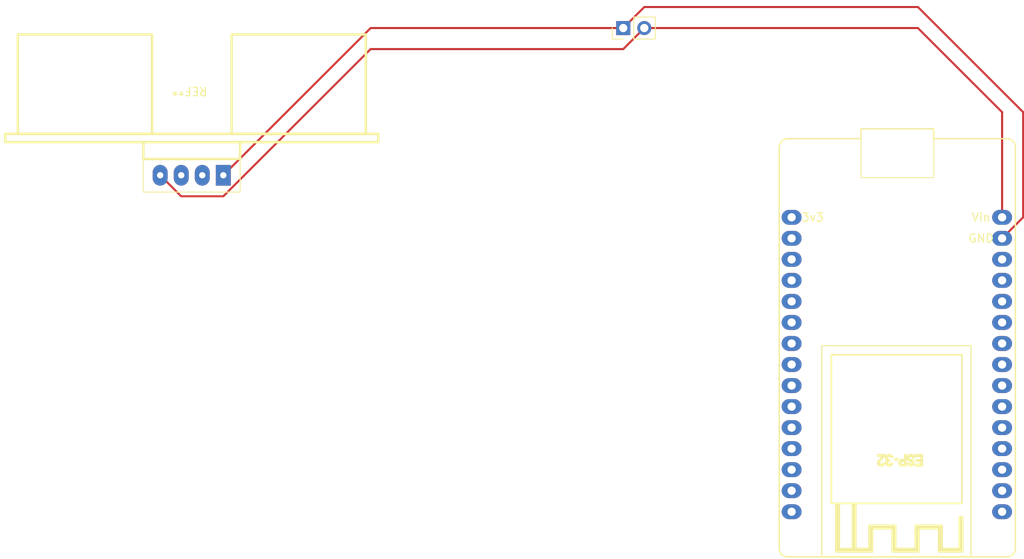
<source format=kicad_pcb>
(kicad_pcb (version 20221018) (generator pcbnew)
  (layers (0 "F.Cu" signal) (31 "B.Cu" signal) (37 "F.SilkS" user "F.Silkscreen") (44 "Edge.Cuts" user))
  (net 0 "")
  (footprint "PCM_SL_Development_Boards:DOIT_ESP32_DEVKIT_30Pins" (layer "F.Cu") (at 233.68 40.64)
    (fp_text reference "REF**" hide)
    (fp_text value "DOIT_ESP32_DEVKIT_30Pins")
    (fp_line (start -1.496929 -8.494881) (end -1.496929 40.005119) (stroke (width 0.17)) (layer "F.SilkS"))
    (fp_line (start -0.496929 -9.494881) (end 8.376405 -9.494881) (stroke (width 0.17)) (layer "F.SilkS"))
    (fp_line (start 5.343071 40.405119) (end 5.343071 34.555119) (stroke (width 0.2)) (layer "F.SilkS"))
    (fp_line (start 5.543071 34.705119) (end 5.543071 40.305119) (stroke (width 0.4)) (layer "F.SilkS"))
    (fp_line (start 5.543071 40.205119) (end 7.493071 40.205119) (stroke (width 0.4)) (layer "F.SilkS"))
    (fp_line (start 5.743071 40.005119) (end 5.743071 34.605119) (stroke (width 0.2)) (layer "F.SilkS"))
    (fp_line (start 5.743071 40.005119) (end 5.743071 34.605119) (stroke (width 0.2)) (layer "F.SilkS"))
    (fp_line (start 7.343071 34.555119) (end 7.343071 40.005119) (stroke (width 0.2)) (layer "F.SilkS"))
    (fp_line (start 7.343071 40.005119) (end 5.743071 40.005119) (stroke (width 0.2)) (layer "F.SilkS"))
    (fp_line (start 7.493071 40.205119) (end 9.543071 40.205119) (stroke (width 0.4)) (layer "F.SilkS"))
    (fp_line (start 7.543071 40.255119) (end 7.543071 34.705119) (stroke (width 0.5)) (layer "F.SilkS"))
    (fp_line (start 7.743071 34.555119) (end 7.743071 40.005119) (stroke (width 0.2)) (layer "F.SilkS"))
    (fp_line (start 7.743071 40.005119) (end 9.343071 40.005119) (stroke (width 0.2)) (layer "F.SilkS"))
    (fp_line (start 8.376405 -10.69) (end 8.376405 -9.55) (stroke (width 0.17)) (layer "F.SilkS"))
    (fp_line (start 9.343071 37.205119) (end 12.543071 37.205119) (stroke (width 0.2)) (layer "F.SilkS"))
    (fp_line (start 9.343071 40.005119) (end 9.343071 37.205119) (stroke (width 0.2)) (layer "F.SilkS"))
    (fp_line (start 9.543071 37.405119) (end 12.293071 37.405119) (stroke (width 0.4)) (layer "F.SilkS"))
    (fp_line (start 9.543071 40.205119) (end 9.543071 37.405119) (stroke (width 0.4)) (layer "F.SilkS"))
    (fp_line (start 9.743071 37.605119) (end 9.743071 40.405119) (stroke (width 0.2)) (layer "F.SilkS"))
    (fp_line (start 9.743071 37.605119) (end 9.743071 40.405119) (stroke (width 0.2)) (layer "F.SilkS"))
    (fp_line (start 9.743071 40.405119) (end 5.343071 40.405119) (stroke (width 0.2)) (layer "F.SilkS"))
    (fp_line (start 10.401231 28.682519) (end 11.199231 28.682519) (stroke (width 0.2)) (layer "F.SilkS"))
    (fp_line (start 10.401231 28.824019) (end 10.401231 28.682519) (stroke (width 0.2)) (layer "F.SilkS"))
    (fp_line (start 10.401231 29.644619) (end 10.423401 29.531419) (stroke (width 0.2)) (layer "F.SilkS"))
    (fp_line (start 10.401231 29.701219) (end 10.401231 29.644619) (stroke (width 0.2)) (layer "F.SilkS"))
    (fp_line (start 10.423401 29.531419) (end 10.467731 29.446519) (stroke (width 0.2)) (layer "F.SilkS"))
    (fp_line (start 10.423401 29.814419) (end 10.401231 29.701219) (stroke (width 0.2)) (layer "F.SilkS"))
    (fp_line (start 10.467731 29.446519) (end 11.021901 28.824019) (stroke (width 0.2)) (layer "F.SilkS"))
    (fp_line (start 10.512071 29.927619) (end 10.423401 29.814419) (stroke (width 0.2)) (layer "F.SilkS"))
    (fp_line (start 10.534231 29.644619) (end 10.534231 29.701219) (stroke (width 0.2)) (layer "F.SilkS"))
    (fp_line (start 10.534231 29.701219) (end 10.578571 29.786119) (stroke (width 0.2)) (layer "F.SilkS"))
    (fp_line (start 10.578571 29.531419) (end 10.534231 29.644619) (stroke (width 0.2)) (layer "F.SilkS"))
    (fp_line (start 10.578571 29.786119) (end 10.645071 29.842719) (stroke (width 0.2)) (layer "F.SilkS"))
    (fp_line (start 10.600731 29.984219) (end 10.512071 29.927619) (stroke (width 0.2)) (layer "F.SilkS"))
    (fp_line (start 10.645071 29.842719) (end 10.755901 29.871019) (stroke (width 0.2)) (layer "F.SilkS"))
    (fp_line (start 10.733731 30.012519) (end 10.600731 29.984219) (stroke (width 0.2)) (layer "F.SilkS"))
    (fp_line (start 10.755901 29.871019) (end 10.844571 29.871019) (stroke (width 0.2)) (layer "F.SilkS"))
    (fp_line (start 10.822401 30.012519) (end 10.733731 30.012519) (stroke (width 0.2)) (layer "F.SilkS"))
    (fp_line (start 10.844571 29.871019) (end 10.955401 29.842719) (stroke (width 0.2)) (layer "F.SilkS"))
    (fp_line (start 10.955401 29.842719) (end 11.021901 29.786119) (stroke (width 0.2)) (layer "F.SilkS"))
    (fp_line (start 10.977571 29.984219) (end 10.822401 30.012519) (stroke (width 0.2)) (layer "F.SilkS"))
    (fp_line (start 11.021901 28.824019) (end 10.401231 28.824019) (stroke (width 0.2)) (layer "F.SilkS"))
    (fp_line (start 11.021901 29.786119) (end 11.066231 29.701219) (stroke (width 0.2)) (layer "F.SilkS"))
    (fp_line (start 11.066231 29.701219) (end 11.177071 29.701219) (stroke (width 0.2)) (layer "F.SilkS"))
    (fp_line (start 11.066231 29.927619) (end 10.977571 29.984219) (stroke (width 0.2)) (layer "F.SilkS"))
    (fp_line (start 11.154901 29.814419) (end 11.066231 29.927619) (stroke (width 0.2)) (layer "F.SilkS"))
    (fp_line (start 11.177071 29.701219) (end 11.154901 29.814419) (stroke (width 0.2)) (layer "F.SilkS"))
    (fp_line (start 11.199231 28.682519) (end 11.199231 28.824019) (stroke (width 0.2)) (layer "F.SilkS"))
    (fp_line (start 11.199231 28.824019) (end 10.578571 29.531419) (stroke (width 0.2)) (layer "F.SilkS"))
    (fp_line (start 11.376571 28.993819) (end 11.398731 28.908919) (stroke (width 0.2)) (layer "F.SilkS"))
    (fp_line (start 11.376571 29.107019) (end 11.376571 28.993819) (stroke (width 0.2)) (layer "F.SilkS"))
    (fp_line (start 11.398731 28.908919) (end 11.443071 28.824019) (stroke (width 0.2)) (layer "F.SilkS"))
    (fp_line (start 11.398731 29.220219) (end 11.376571 29.107019) (stroke (width 0.2)) (layer "F.SilkS"))
    (fp_line (start 11.398731 29.644619) (end 11.420901 29.531419) (stroke (width 0.2)) (layer "F.SilkS"))
    (fp_line (start 11.398731 29.701219) (end 11.398731 29.644619) (stroke (width 0.2)) (layer "F.SilkS"))
    (fp_line (start 11.420901 29.531419) (end 11.465231 29.446519) (stroke (width 0.2)) (layer "F.SilkS"))
    (fp_line (start 11.420901 29.814419) (end 11.398731 29.701219) (stroke (width 0.2)) (layer "F.SilkS"))
    (fp_line (start 11.443071 28.824019) (end 11.509571 28.767419) (stroke (width 0.2)) (layer "F.SilkS"))
    (fp_line (start 11.443071 29.305119) (end 11.398731 29.220219) (stroke (width 0.2)) (layer "F.SilkS"))
    (fp_line (start 11.465231 29.446519) (end 11.553901 29.361619) (stroke (width 0.2)) (layer "F.SilkS"))
    (fp_line (start 11.487401 28.993819) (end 11.487401 29.107019) (stroke (width 0.2)) (layer "F.SilkS"))
    (fp_line (start 11.487401 29.107019) (end 11.531731 29.220219) (stroke (width 0.2)) (layer "F.SilkS"))
    (fp_line (start 11.509571 28.767419) (end 11.598231 28.710819) (stroke (width 0.2)) (layer "F.SilkS"))
    (fp_line (start 11.509571 28.937219) (end 11.487401 28.993819) (stroke (width 0.2)) (layer "F.SilkS"))
    (fp_line (start 11.509571 29.644619) (end 11.509571 29.701219) (stroke (width 0.2)) (layer "F.SilkS"))
    (fp_line (start 11.509571 29.701219) (end 11.553901 29.786119) (stroke (width 0.2)) (layer "F.SilkS"))
    (fp_line (start 11.509571 29.927619) (end 11.420901 29.814419) (stroke (width 0.2)) (layer "F.SilkS"))
    (fp_line (start 11.531731 29.220219) (end 11.598231 29.276819) (stroke (width 0.2)) (layer "F.SilkS"))
    (fp_line (start 11.553901 28.880619) (end 11.509571 28.937219) (stroke (width 0.2)) (layer "F.SilkS"))
    (fp_line (start 11.553901 29.361619) (end 11.443071 29.305119) (stroke (width 0.2)) (layer "F.SilkS"))
    (fp_line (start 11.553901 29.531419) (end 11.509571 29.644619) (stroke (width 0.2)) (layer "F.SilkS"))
    (fp_line (start 11.553901 29.786119) (end 11.620401 29.842719) (stroke (width 0.2)) (layer "F.SilkS"))
    (fp_line (start 11.598231 28.710819) (end 11.686901 28.682519) (stroke (width 0.2)) (layer "F.SilkS"))
    (fp_line (start 11.598231 28.852319) (end 11.553901 28.880619) (stroke (width 0.2)) (layer "F.SilkS"))
    (fp_line (start 11.598231 29.276819) (end 11.731231 29.305119) (stroke (width 0.2)) (layer "F.SilkS"))
    (fp_line (start 11.598231 29.474819) (end 11.553901 29.531419) (stroke (width 0.2)) (layer "F.SilkS"))
    (fp_line (start 11.598231 29.984219) (end 11.509571 29.927619) (stroke (width 0.2)) (layer "F.SilkS"))
    (fp_line (start 11.620401 29.842719) (end 11.731231 29.871019) (stroke (width 0.2)) (layer "F.SilkS"))
    (fp_line (start 11.686901 28.682519) (end 11.864231 28.682519) (stroke (width 0.2)) (layer "F.SilkS"))
    (fp_line (start 11.709071 28.824019) (end 11.598231 28.852319) (stroke (width 0.2)) (layer "F.SilkS"))
    (fp_line (start 11.731231 29.305119) (end 11.819901 29.305119) (stroke (width 0.2)) (layer "F.SilkS"))
    (fp_line (start 11.731231 29.418219) (end 11.598231 29.474819) (stroke (width 0.2)) (layer "F.SilkS"))
    (fp_line (start 11.731231 29.871019) (end 11.819901 29.871019) (stroke (width 0.2)) (layer "F.SilkS"))
    (fp_line (start 11.753401 30.012519) (end 11.598231 29.984219) (stroke (width 0.2)) (layer "F.SilkS"))
    (fp_line (start 11.797731 30.012519) (end 11.753401 30.012519) (stroke (width 0.2)) (layer "F.SilkS"))
    (fp_line (start 11.819901 29.305119) (end 11.819901 29.418219) (stroke (width 0.2)) (layer "F.SilkS"))
    (fp_line (start 11.819901 29.418219) (end 11.731231 29.418219) (stroke (width 0.2)) (layer "F.SilkS"))
    (fp_line (start 11.819901 29.871019) (end 11.930731 29.842719) (stroke (width 0.2)) (layer "F.SilkS"))
    (fp_line (start 11.842071 28.824019) (end 11.709071 28.824019) (stroke (width 0.2)) (layer "F.SilkS"))
    (fp_line (start 11.864231 28.682519) (end 11.952901 28.710819) (stroke (width 0.2)) (layer "F.SilkS"))
    (fp_line (start 11.930731 29.842719) (end 11.997231 29.786119) (stroke (width 0.2)) (layer "F.SilkS"))
    (fp_line (start 11.952901 28.710819) (end 12.041571 28.767419) (stroke (width 0.2)) (layer "F.SilkS"))
    (fp_line (start 11.952901 28.852319) (end 11.842071 28.824019) (stroke (width 0.2)) (layer "F.SilkS"))
    (fp_line (start 11.952901 29.984219) (end 11.797731 30.012519) (stroke (width 0.2)) (layer "F.SilkS"))
    (fp_line (start 11.997231 28.880619) (end 11.952901 28.852319) (stroke (width 0.2)) (layer "F.SilkS"))
    (fp_line (start 11.997231 29.786119) (end 12.041571 29.701219) (stroke (width 0.2)) (layer "F.SilkS"))
    (fp_line (start 12.041571 28.767419) (end 12.108071 28.824019) (stroke (width 0.2)) (layer "F.SilkS"))
    (fp_line (start 12.041571 28.937219) (end 11.997231 28.880619) (stroke (width 0.2)) (layer "F.SilkS"))
    (fp_line (start 12.041571 29.701219) (end 12.152401 29.701219) (stroke (width 0.2)) (layer "F.SilkS"))
    (fp_line (start 12.041571 29.927619) (end 11.952901 29.984219) (stroke (width 0.2)) (layer "F.SilkS"))
    (fp_line (start 12.063731 28.993819) (end 12.041571 28.937219) (stroke (width 0.2)) (layer "F.SilkS"))
    (fp_line (start 12.108071 28.824019) (end 12.152401 28.908919) (stroke (width 0.2)) (layer "F.SilkS"))
    (fp_line (start 12.130231 29.814419) (end 12.041571 29.927619) (stroke (width 0.2)) (layer "F.SilkS"))
    (fp_line (start 12.143071 37.605119) (end 9.743071 37.605119) (stroke (width 0.2)) (layer "F.SilkS"))
    (fp_line (start 12.143071 40.405119) (end 12.143071 37.605119) (stroke (width 0.2)) (layer "F.SilkS"))
    (fp_line (start 12.152401 28.908919) (end 12.174571 28.993819) (stroke (width 0.2)) (layer "F.SilkS"))
    (fp_line (start 12.152401 29.701219) (end 12.130231 29.814419) (stroke (width 0.2)) (layer "F.SilkS"))
    (fp_line (start 12.174571 28.993819) (end 12.063731 28.993819) (stroke (width 0.2)) (layer "F.SilkS"))
    (fp_line (start 12.293071 37.405119) (end 12.393071 37.505119) (stroke (width 0.12)) (layer "F.SilkS"))
    (fp_line (start 12.393071 37.505119) (end 12.393071 40.205119) (stroke (width 0.4)) (layer "F.SilkS"))
    (fp_line (start 12.393071 40.205119) (end 15.093071 40.205119) (stroke (width 0.4)) (layer "F.SilkS"))
    (fp_line (start 12.487906 29.163619) (end 12.798236 29.163619) (stroke (width 0.2)) (layer "F.SilkS"))
    (fp_line (start 12.487906 29.305119) (end 12.487906 29.163619) (stroke (width 0.2)) (layer "F.SilkS"))
    (fp_line (start 12.543071 37.205119) (end 12.543071 40.005119) (stroke (width 0.2)) (layer "F.SilkS"))
    (fp_line (start 12.543071 37.205119) (end 12.543071 40.005119) (stroke (width 0.2)) (layer "F.SilkS"))
    (fp_line (start 12.543071 40.005119) (end 14.943071 40.005119) (stroke (width 0.2)) (layer "F.SilkS"))
    (fp_line (start 12.798236 29.163619) (end 12.798236 29.305119) (stroke (width 0.2)) (layer "F.SilkS"))
    (fp_line (start 12.798236 29.305119) (end 12.487906 29.305119) (stroke (width 0.2)) (layer "F.SilkS"))
    (fp_line (start 12.977071 29.588069) (end 12.999231 29.503169) (stroke (width 0.2)) (layer "F.SilkS"))
    (fp_line (start 12.977071 29.701269) (end 12.977071 29.588069) (stroke (width 0.2)) (layer "F.SilkS"))
    (fp_line (start 12.999231 29.503169) (end 13.065731 29.389969) (stroke (width 0.2)) (layer "F.SilkS"))
    (fp_line (start 12.999231 29.786169) (end 12.977071 29.701269) (stroke (width 0.2)) (layer "F.SilkS"))
    (fp_line (start 13.065731 29.389969) (end 13.154401 29.305169) (stroke (width 0.2)) (layer "F.SilkS"))
    (fp_line (start 13.065731 29.899369) (end 12.999231 29.786169) (stroke (width 0.2)) (layer "F.SilkS"))
    (fp_line (start 13.110071 29.616369) (end 13.110071 29.701269) (stroke (width 0.2)) (layer "F.SilkS"))
    (fp_line (start 13.110071 29.701269) (end 13.132231 29.786169) (stroke (width 0.2)) (layer "F.SilkS"))
    (fp_line (start 13.132231 29.531469) (end 13.110071 29.616369) (stroke (width 0.2)) (layer "F.SilkS"))
    (fp_line (start 13.132231 29.786169) (end 13.176571 29.842769) (stroke (width 0.2)) (layer "F.SilkS"))
    (fp_line (start 13.154401 29.305169) (end 13.265231 29.276869) (stroke (width 0.2)) (layer "F.SilkS"))
    (fp_line (start 13.154401 29.984269) (end 13.065731 29.899369) (stroke (width 0.2)) (layer "F.SilkS"))
    (fp_line (start 13.176571 29.474869) (end 13.132231 29.531469) (stroke (width 0.2)) (layer "F.SilkS"))
    (fp_line (start 13.176571 29.842769) (end 13.243071 29.871069) (stroke (width 0.2)) (layer "F.SilkS"))
    (fp_line (start 13.243071 29.446569) (end 13.176571 29.474869) (stroke (width 0.2)) (layer "F.SilkS"))
    (fp_line (start 13.243071 29.871069) (end 13.664231 29.871069) (stroke (width 0.2)) (layer "F.SilkS"))
    (fp_line (start 13.265231 29.276869) (end 13.664231 29.276869) (stroke (width 0.2)) (layer "F.SilkS"))
    (fp_line (start 13.265231 30.012569) (end 13.154401 29.984269) (stroke (width 0.2)) (layer "F.SilkS"))
    (fp_line (start 13.664231 28.682569) (end 13.797231 28.682569) (stroke (width 0.2)) (layer "F.SilkS"))
    (fp_line (start 13.664231 29.276869) (end 13.664231 28.682569) (stroke (width 0.2)) (layer "F.SilkS"))
    (fp_line (start 13.664231 29.446569) (end 13.243071 29.446569) (stroke (width 0.2)) (layer "F.SilkS"))
    (fp_line (start 13.664231 29.871069) (end 13.664231 29.446569) (stroke (width 0.2)) (layer "F.SilkS"))
    (fp_line (start 13.797231 28.682569) (end 13.797231 30.012569) (stroke (width 0.2)) (layer "F.SilkS"))
    (fp_line (start 13.797231 30.012569) (end 13.265231 30.012569) (stroke (width 0.2)) (layer "F.SilkS"))
    (fp_line (start 13.974571 28.993869) (end 14.018901 28.880669) (stroke (width 0.2)) (layer "F.SilkS"))
    (fp_line (start 13.974571 29.135369) (end 13.974571 28.993869) (stroke (width 0.2)) (layer "F.SilkS"))
    (fp_line (start 14.018901 28.880669) (end 14.107571 28.767469) (stroke (width 0.2)) (layer "F.SilkS"))
    (fp_line (start 14.018901 29.248569) (end 13.974571 29.135369) (stroke (width 0.2)) (layer "F.SilkS"))
    (fp_line (start 14.041071 29.701269) (end 14.174071 29.701269) (stroke (width 0.2)) (layer "F.SilkS"))
    (fp_line (start 14.063231 29.786169) (end 14.041071 29.701269) (stroke (width 0.2)) (layer "F.SilkS"))
    (fp_line (start 14.107571 28.767469) (end 14.196231 28.710869) (stroke (width 0.2)) (layer "F.SilkS"))
    (fp_line (start 14.107571 29.022169) (end 14.107571 29.107069) (stroke (width 0.2)) (layer "F.SilkS"))
    (fp_line (start 14.107571 29.107069) (end 14.151901 29.191969) (stroke (width 0.2)) (layer "F.SilkS"))
    (fp_line (start 14.107571 29.361669) (end 14.018901 29.248569) (stroke (width 0.2)) (layer "F.SilkS"))
    (fp_line (start 14.129731 29.899369) (end 14.063231 29.786169) (stroke (width 0.2)) (layer "F.SilkS"))
    (fp_line (start 14.151901 28.937269) (end 14.107571 29.022169) (stroke (width 0.2)) (layer "F.SilkS"))
    (fp_line (start 14.151901 29.191969) (end 14.218401 29.248569) (stroke (width 0.2)) (layer "F.SilkS"))
    (fp_line (start 14.174071 29.701269) (end 14.196231 29.757869) (stroke (width 0.2)) (layer "F.SilkS"))
    (fp_line (start 14.196231 28.710869) (end 14.307071 28.682569) (stroke (width 0.2)) (layer "F.SilkS"))
    (fp_line (start 14.196231 29.418269) (end 14.107571 29.361669) (stroke (width 0.2)) (layer "F.SilkS"))
    (fp_line (start 14.196231 29.757869) (end 14.240571 29.814469) (stroke (width 0.2)) (layer "F.SilkS"))
    (fp_line (start 14.218401 28.880669) (end 14.151901 28.937269) (stroke (width 0.2)) (layer "F.SilkS"))
    (fp_line (start 14.218401 29.248569) (end 14.307071 29.276869) (stroke (width 0.2)) (layer "F.SilkS"))
    (fp_line (start 14.218401 29.984269) (end 14.129731 29.899369) (stroke (width 0.2)) (layer "F.SilkS"))
    (fp_line (start 14.240571 29.814469) (end 14.307071 29.842769) (stroke (width 0.2)) (layer "F.SilkS"))
    (fp_line (start 14.307071 28.682569) (end 14.484401 28.682569) (stroke (width 0.2)) (layer "F.SilkS"))
    (fp_line (start 14.307071 28.852369) (end 14.218401 28.880669) (stroke (width 0.2)) (layer "F.SilkS"))
    (fp_line (start 14.307071 29.276869) (end 14.440071 29.276869) (stroke (width 0.2)) (layer "F.SilkS"))
    (fp_line (start 14.307071 29.446569) (end 14.196231 29.418269) (stroke (width 0.2)) (layer "F.SilkS"))
    (fp_line (start 14.307071 29.842769) (end 14.440071 29.842769) (stroke (width 0.2)) (layer "F.SilkS"))
    (fp_line (start 14.329231 30.012569) (end 14.218401 29.984269) (stroke (width 0.2)) (layer "F.SilkS"))
    (fp_line (start 14.440071 29.276869) (end 14.528731 29.305169) (stroke (width 0.2)) (layer "F.SilkS"))
    (fp_line (start 14.440071 29.446569) (end 14.307071 29.446569) (stroke (width 0.2)) (layer "F.SilkS"))
    (fp_line (start 14.440071 29.842769) (end 14.506571 29.814469) (stroke (width 0.2)) (layer "F.SilkS"))
    (fp_line (start 14.440071 30.012569) (end 14.329231 30.012569) (stroke (width 0.2)) (layer "F.SilkS"))
    (fp_line (start 14.484401 28.682569) (end 14.595231 28.710869) (stroke (width 0.2)) (layer "F.SilkS"))
    (fp_line (start 14.484401 28.852369) (end 14.307071 28.852369) (stroke (width 0.2)) (layer "F.SilkS"))
    (fp_line (start 14.506571 29.474869) (end 14.440071 29.446569) (stroke (width 0.2)) (layer "F.SilkS"))
    (fp_line (start 14.506571 29.814469) (end 14.573071 29.757869) (stroke (width 0.2)) (layer "F.SilkS"))
    (fp_line (start 14.528731 29.305169) (end 14.617401 29.361669) (stroke (width 0.2)) (layer "F.SilkS"))
    (fp_line (start 14.528731 29.984269) (end 14.440071 30.012569) (stroke (width 0.2)) (layer "F.SilkS"))
    (fp_line (start 14.573071 28.880669) (end 14.484401 28.852369) (stroke (width 0.2)) (layer "F.SilkS"))
    (fp_line (start 14.573071 29.531469) (end 14.506571 29.474869) (stroke (width 0.2)) (layer "F.SilkS"))
    (fp_line (start 14.573071 29.757869) (end 14.595231 29.672969) (stroke (width 0.2)) (layer "F.SilkS"))
    (fp_line (start 14.595231 28.710869) (end 14.706071 28.795769) (stroke (width 0.2)) (layer "F.SilkS"))
    (fp_line (start 14.595231 29.616369) (end 14.573071 29.531469) (stroke (width 0.2)) (layer "F.SilkS"))
    (fp_line (start 14.595231 29.672969) (end 14.595231 29.616369) (stroke (width 0.2)) (layer "F.SilkS"))
    (fp_line (start 14.617401 29.361669) (end 14.706071 29.474869) (stroke (width 0.2)) (layer "F.SilkS"))
    (fp_line (start 14.617401 29.927669) (end 14.528731 29.984269) (stroke (width 0.2)) (layer "F.SilkS"))
    (fp_line (start 14.639571 28.965569) (end 14.573071 28.880669) (stroke (width 0.2)) (layer "F.SilkS"))
    (fp_line (start 14.661731 29.050469) (end 14.639571 28.965569) (stroke (width 0.2)) (layer "F.SilkS"))
    (fp_line (start 14.706071 28.795769) (end 14.772571 28.937269) (stroke (width 0.2)) (layer "F.SilkS"))
    (fp_line (start 14.706071 29.474869) (end 14.728231 29.588069) (stroke (width 0.2)) (layer "F.SilkS"))
    (fp_line (start 14.706071 29.814469) (end 14.617401 29.927669) (stroke (width 0.2)) (layer "F.SilkS"))
    (fp_line (start 14.728231 29.588069) (end 14.728231 29.701269) (stroke (width 0.2)) (layer "F.SilkS"))
    (fp_line (start 14.728231 29.701269) (end 14.706071 29.814469) (stroke (width 0.2)) (layer "F.SilkS"))
    (fp_line (start 14.772571 28.937269) (end 14.794731 29.050469) (stroke (width 0.2)) (layer "F.SilkS"))
    (fp_line (start 14.794731 29.050469) (end 14.661731 29.050469) (stroke (width 0.2)) (layer "F.SilkS"))
    (fp_line (start 14.943071 37.205119) (end 18.143071 37.205119) (stroke (width 0.2)) (layer "F.SilkS"))
    (fp_line (start 14.943071 40.005119) (end 14.943071 37.205119) (stroke (width 0.2)) (layer "F.SilkS"))
    (fp_line (start 14.972071 28.682569) (end 15.770071 28.682569) (stroke (width 0.2)) (layer "F.SilkS"))
    (fp_line (start 14.972071 28.852369) (end 14.972071 28.682569) (stroke (width 0.2)) (layer "F.SilkS"))
    (fp_line (start 14.972071 29.842769) (end 15.637071 29.842769) (stroke (width 0.2)) (layer "F.SilkS"))
    (fp_line (start 14.972071 30.012569) (end 14.972071 29.842769) (stroke (width 0.2)) (layer "F.SilkS"))
    (fp_line (start 15.060731 29.305169) (end 15.637071 29.305169) (stroke (width 0.2)) (layer "F.SilkS"))
    (fp_line (start 15.060731 29.474869) (end 15.060731 29.305169) (stroke (width 0.2)) (layer "F.SilkS"))
    (fp_line (start 15.093071 37.455119) (end 17.893071 37.455119) (stroke (width 0.4)) (layer "F.SilkS"))
    (fp_line (start 15.093071 40.205119) (end 15.093071 37.455119) (stroke (width 0.4)) (layer "F.SilkS"))
    (fp_line (start 15.343071 37.605119) (end 15.343071 40.405119) (stroke (width 0.2)) (layer "F.SilkS"))
    (fp_line (start 15.343071 37.605119) (end 15.343071 40.405119) (stroke (width 0.2)) (layer "F.SilkS"))
    (fp_line (start 15.343071 40.405119) (end 12.143071 40.405119) (stroke (width 0.2)) (layer "F.SilkS"))
    (fp_line (start 15.637071 28.852369) (end 14.972071 28.852369) (stroke (width 0.2)) (layer "F.SilkS"))
    (fp_line (start 15.637071 29.305169) (end 15.637071 28.852369) (stroke (width 0.2)) (layer "F.SilkS"))
    (fp_line (start 15.637071 29.474869) (end 15.060731 29.474869) (stroke (width 0.2)) (layer "F.SilkS"))
    (fp_line (start 15.637071 29.842769) (end 15.637071 29.474869) (stroke (width 0.2)) (layer "F.SilkS"))
    (fp_line (start 15.770071 28.682569) (end 15.770071 30.012569) (stroke (width 0.2)) (layer "F.SilkS"))
    (fp_line (start 15.770071 30.012569) (end 14.972071 30.012569) (stroke (width 0.2)) (layer "F.SilkS"))
    (fp_line (start 17.129737 -10.69) (end 8.376405 -10.69) (stroke (width 0.17)) (layer "F.SilkS"))
    (fp_line (start 17.129737 -9.5) (end 17.129737 -10.69) (stroke (width 0.17)) (layer "F.SilkS"))
    (fp_line (start 17.743071 37.605119) (end 15.343071 37.605119) (stroke (width 0.2)) (layer "F.SilkS"))
    (fp_line (start 17.743071 40.405119) (end 17.743071 37.605119) (stroke (width 0.2)) (layer "F.SilkS"))
    (fp_line (start 17.893071 37.455119) (end 17.893071 40.205119) (stroke (width 0.4)) (layer "F.SilkS"))
    (fp_line (start 17.893071 40.205119) (end 20.443071 40.205119) (stroke (width 0.4)) (layer "F.SilkS"))
    (fp_line (start 18.143071 37.205119) (end 18.143071 40.005119) (stroke (width 0.2)) (layer "F.SilkS"))
    (fp_line (start 18.143071 37.205119) (end 18.143071 40.005119) (stroke (width 0.2)) (layer "F.SilkS"))
    (fp_line (start 18.143071 40.005119) (end 20.243071 40.005119) (stroke (width 0.2)) (layer "F.SilkS"))
    (fp_line (start 20.243071 36.205119) (end 20.643071 36.205119) (stroke (width 0.2)) (layer "F.SilkS"))
    (fp_line (start 20.243071 40.005119) (end 20.243071 36.205119) (stroke (width 0.2)) (layer "F.SilkS"))
    (fp_line (start 20.443071 40.205119) (end 20.443071 36.305119) (stroke (width 0.4)) (layer "F.SilkS"))
    (fp_line (start 20.643071 36.205119) (end 20.643071 40.405119) (stroke (width 0.2)) (layer "F.SilkS"))
    (fp_line (start 20.643071 36.205119) (end 20.643071 40.405119) (stroke (width 0.2)) (layer "F.SilkS"))
    (fp_line (start 20.643071 40.405119) (end 17.743071 40.405119) (stroke (width 0.2)) (layer "F.SilkS"))
    (fp_line (start 21.643071 41.005119) (end 3.643071 41.005119) (stroke (width 0.2)) (layer "F.SilkS"))
    (fp_line (start 26.003071 -9.494881) (end 17.153071 -9.494881) (stroke (width 0.17)) (layer "F.SilkS"))
    (fp_line (start 26.003071 41.005119) (end -0.496929 41.005119) (stroke (width 0.17)) (layer "F.SilkS"))
    (fp_line (start 27.003071 -8.494881) (end 27.003071 40.005119) (stroke (width 0.17)) (layer "F.SilkS"))
    (fp_rect (start 4.793071 16.592987) (end 20.555201 34.555119) (stroke (width 0.2)) (fill none) (layer "F.SilkS"))
    (fp_rect (start 8.376405 -10.69) (end 17.153071 -4.79) (stroke (width 0.12)) (fill none) (layer "F.SilkS"))
    (fp_rect (start 21.643071 15.505119) (end 3.643071 41.005119) (stroke (width 0.15)) (fill none) (layer "F.SilkS"))
    (fp_arc (start -1.49694 -8.44) (mid -1.207297 -9.166861) (end -0.496929 -9.494881) (stroke (width 0.17)) (layer "F.SilkS"))
    (fp_arc (start -0.496929 41.005119) (mid -1.204125 40.712315) (end -1.496929 40.005119) (stroke (width 0.17)) (layer "F.SilkS"))
    (fp_arc (start 26.003071 -9.494881) (mid 26.710259 -9.202075) (end 27.003071 -8.494881) (stroke (width 0.17)) (layer "F.SilkS"))
    (fp_arc (start 27.003071 40.005119) (mid 26.710266 40.712314) (end 26.003071 41.005119) (stroke (width 0.17)) (layer "F.SilkS"))
    (pad "1" thru_hole oval (at 0 0 270) (size 1.8 2.4) (drill 1) (layers "*.Cu" "*.Mask"))
    (pad "2" thru_hole oval (at 0 2.54 270) (size 1.8 2.4) (drill 1) (layers "*.Cu" "*.Mask"))
    (pad "3" thru_hole oval (at 0 5.08 270) (size 1.8 2.4) (drill 1) (layers "*.Cu" "*.Mask"))
    (pad "4" thru_hole oval (at 0 7.62 270) (size 1.8 2.4) (drill 1) (layers "*.Cu" "*.Mask"))
    (pad "5" thru_hole oval (at 0 10.16 270) (size 1.8 2.4) (drill 1) (layers "*.Cu" "*.Mask"))
    (pad "6" thru_hole oval (at 0 12.7 270) (size 1.8 2.4) (drill 1) (layers "*.Cu" "*.Mask"))
    (pad "7" thru_hole oval (at 0 15.24 270) (size 1.8 2.4) (drill 1) (layers "*.Cu" "*.Mask"))
    (pad "8" thru_hole oval (at 0 17.78 270) (size 1.8 2.4) (drill 1) (layers "*.Cu" "*.Mask"))
    (pad "9" thru_hole oval (at 0 20.32 270) (size 1.8 2.4) (drill 1) (layers "*.Cu" "*.Mask"))
    (pad "10" thru_hole oval (at 0 22.86 270) (size 1.8 2.4) (drill 1) (layers "*.Cu" "*.Mask"))
    (pad "11" thru_hole oval (at 0 25.4 270) (size 1.8 2.4) (drill 1) (layers "*.Cu" "*.Mask"))
    (pad "12" thru_hole oval (at 0 27.94 270) (size 1.8 2.4) (drill 1) (layers "*.Cu" "*.Mask"))
    (pad "13" thru_hole oval (at 0 30.48 270) (size 1.8 2.4) (drill 1) (layers "*.Cu" "*.Mask"))
    (pad "14" thru_hole oval (at 0 33.02 270) (size 1.8 2.4) (drill 1) (layers "*.Cu" "*.Mask"))
    (pad "15" thru_hole oval (at 0 35.56 270) (size 1.8 2.4) (drill 1) (layers "*.Cu" "*.Mask"))
    (pad "16" thru_hole oval (at 25.4 35.56 270) (size 1.8 2.4) (drill 1) (layers "*.Cu" "*.Mask"))
    (pad "17" thru_hole oval (at 25.4 33.02 270) (size 1.8 2.4) (drill 1) (layers "*.Cu" "*.Mask"))
    (pad "18" thru_hole oval (at 25.4 30.48 270) (size 1.8 2.4) (drill 1) (layers "*.Cu" "*.Mask"))
    (pad "19" thru_hole oval (at 25.4 27.94 270) (size 1.8 2.4) (drill 1) (layers "*.Cu" "*.Mask"))
    (pad "20" thru_hole oval (at 25.4 25.4 270) (size 1.8 2.4) (drill 1) (layers "*.Cu" "*.Mask"))
    (pad "21" thru_hole oval (at 25.4 22.86 270) (size 1.8 2.4) (drill 1) (layers "*.Cu" "*.Mask"))
    (pad "22" thru_hole oval (at 25.4 20.32 270) (size 1.8 2.4) (drill 1) (layers "*.Cu" "*.Mask"))
    (pad "23" thru_hole oval (at 25.4 17.78 270) (size 1.8 2.4) (drill 1) (layers "*.Cu" "*.Mask"))
    (pad "24" thru_hole oval (at 25.4 15.24 270) (size 1.8 2.4) (drill 1) (layers "*.Cu" "*.Mask"))
    (pad "25" thru_hole oval (at 25.4 12.7 270) (size 1.8 2.4) (drill 1) (layers "*.Cu" "*.Mask"))
    (pad "26" thru_hole oval (at 25.4 10.16 270) (size 1.8 2.4) (drill 1) (layers "*.Cu" "*.Mask"))
    (pad "27" thru_hole oval (at 25.4 7.62 270) (size 1.8 2.4) (drill 1) (layers "*.Cu" "*.Mask"))
    (pad "28" thru_hole oval (at 25.4 5.08 270) (size 1.8 2.4) (drill 1) (layers "*.Cu" "*.Mask"))
    (pad "29" thru_hole oval (at 25.4 2.54 270) (size 1.8 2.4) (drill 1) (layers "*.Cu" "*.Mask"))
    (pad "30" thru_hole oval (at 25.4 0 270) (size 1.8 2.4) (drill 1) (layers "*.Cu" "*.Mask"))
  )
  (footprint "PCM_SL_Breakout_Boards:HC-SR04_Ultrasonic_Sensor" (layer "F.Cu") (at 165.1 35.56 180)
    (fp_text reference "REF**" (at 4.064 10.16 180 unlocked) (layer "F.SilkS"))
    (fp_text value "HC-SR04_Ultrasonic_Sensor")
    (fp_rect (start -18.69 4) (end 26.31 5) (stroke (width 0.3)) (fill none) (layer "F.SilkS"))
    (fp_rect (start -17.2 5) (end -1 17) (stroke (width 0.3)) (fill none) (layer "F.SilkS"))
    (fp_rect (start -2.032 -2.032) (end 9.652 2.032) (stroke (width 0.12)) (fill none) (layer "F.SilkS"))
    (fp_rect (start -2.032 4) (end 9.652 1.968) (stroke (width 0.3)) (fill none) (layer "F.SilkS"))
    (fp_rect (start 8.6 5) (end 24.8 17) (stroke (width 0.3)) (fill none) (layer "F.SilkS"))
    (pad "1" thru_hole rect (at 0 0) (size 1.8 2.5) (drill 0.762) (layers "*.Cu" "*.Mask"))
    (pad "2" thru_hole oval (at 2.54 0) (size 1.8 2.5) (drill 0.762) (layers "*.Cu" "*.Mask"))
    (pad "3" thru_hole oval (at 5.08 0) (size 1.8 2.5) (drill 0.762) (layers "*.Cu" "*.Mask"))
    (pad "4" thru_hole oval (at 7.62 0) (size 1.8 2.5) (drill 0.762) (layers "*.Cu" "*.Mask"))
  )
  (footprint "Connector_PinHeader_2.54mm:PinHeader_1x02_P2.54mm_Vertical" (layer "F.Cu") (at 213.36 17.78 90)
    (fp_text reference "REF**" hide)
    (fp_text value "V_in")
    (fp_line (start -1.33 -1.33) (end 0 -1.33) (stroke (width 0.12)) (layer "F.SilkS"))
    (fp_line (start -1.33 0) (end -1.33 -1.33) (stroke (width 0.12)) (layer "F.SilkS"))
    (fp_line (start -1.33 1.27) (end -1.33 3.87) (stroke (width 0.12)) (layer "F.SilkS"))
    (fp_line (start -1.33 1.27) (end 1.33 1.27) (stroke (width 0.12)) (layer "F.SilkS"))
    (fp_line (start -1.33 3.87) (end 1.33 3.87) (stroke (width 0.12)) (layer "F.SilkS"))
    (fp_line (start 1.33 1.27) (end 1.33 3.87) (stroke (width 0.12)) (layer "F.SilkS"))
    (pad "1" thru_hole rect (at 0 0 90) (size 1.7 1.7) (drill 1) (layers "*.Cu" "*.Mask"))
    (pad "2" thru_hole oval (at 0 2.54 90) (size 1.7 1.7) (drill 1) (layers "*.Cu" "*.Mask"))
  )
  (gr_text "Vin" (at 256.54 40.64) (layer "F.SilkS") (effects (font (size 1 1))))
  (gr_text "3v3\n" (at 236.22 40.64) (layer "F.SilkS") (effects (font (size 1 1))))
  (gr_text "GND" (at 256.54 43.18) (layer "F.SilkS") (effects (font (size 1 1))))
  (segment (start 261.62 40.64) (end 259.08 43.18) (width 0.25) (layer "F.Cu") (net 0))
  (segment (start 248.92 15.24) (end 261.62 27.94) (width 0.25) (layer "F.Cu") (net 0))
  (segment (start 213.36 17.78) (end 215.9 15.24) (width 0.25) (layer "F.Cu") (net 0))
  (segment (start 259.08 27.94) (end 259.08 40.64) (width 0.25) (layer "F.Cu") (net 0))
  (segment (start 215.9 15.24) (end 248.92 15.24) (width 0.25) (layer "F.Cu") (net 0))
  (segment (start 182.88 20.32) (end 165.1 38.1) (width 0.25) (layer "F.Cu") (net 0))
  (segment (start 182.88 17.78) (end 165.1 35.56) (width 0.25) (layer "F.Cu") (net 0))
  (segment (start 160.02 38.1) (end 157.48 35.56) (width 0.25) (layer "F.Cu") (net 0))
  (segment (start 261.62 27.94) (end 261.62 40.64) (width 0.25) (layer "F.Cu") (net 0))
  (segment (start 248.92 17.78) (end 259.08 27.94) (width 0.25) (layer "F.Cu") (net 0))
  (segment (start 215.9 17.78) (end 213.36 20.32) (width 0.25) (layer "F.Cu") (net 0))
  (segment (start 215.9 17.78) (end 248.92 17.78) (width 0.25) (layer "F.Cu") (net 0))
  (segment (start 213.36 20.32) (end 182.88 20.32) (width 0.25) (layer "F.Cu") (net 0))
  (segment (start 165.1 38.1) (end 160.02 38.1) (width 0.25) (layer "F.Cu") (net 0))
  (segment (start 213.36 17.78) (end 182.88 17.78) (width 0.25) (layer "F.Cu") (net 0))
)
</source>
